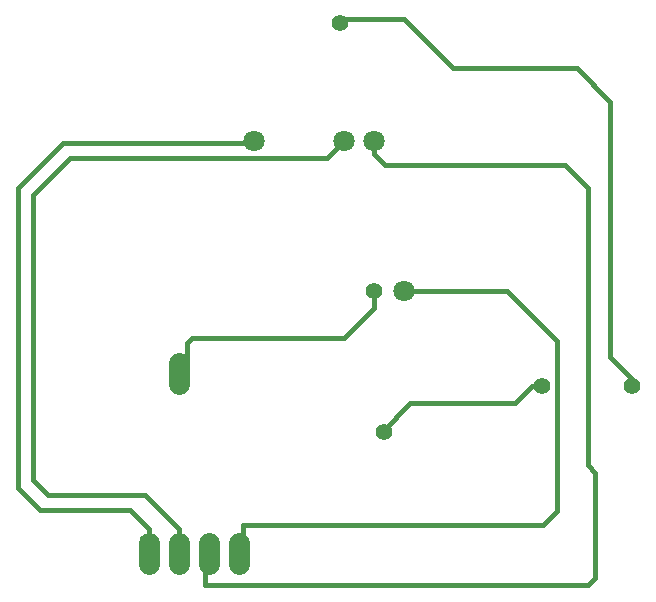
<source format=gtl>
%FSLAX34Y34*%
%MOMM*%
%LNCOPPER_TOP*%
G71*
G01*
%ADD10C, 0.40*%
%ADD11C, 1.40*%
%ADD12C, 1.80*%
%ADD13C, 1.80*%
%LPD*%
G54D10*
X1034600Y613313D02*
X1034600Y619575D01*
X1016000Y638175D01*
X1016000Y854075D01*
X987425Y882650D01*
X882650Y882650D01*
X841375Y923925D01*
X1034600Y613313D02*
G54D11*
D03*
X787400Y920750D02*
G54D11*
D03*
G54D10*
X841375Y923925D02*
X790575Y923925D01*
X787400Y920750D01*
X958400Y613313D02*
G54D11*
D03*
G54D10*
X958400Y613313D02*
X949863Y613313D01*
X935038Y598488D01*
X846138Y598488D01*
X822325Y574675D01*
X823913Y574675D02*
G54D11*
D03*
X815975Y693738D02*
G54D11*
D03*
G54D10*
X815975Y693738D02*
X815975Y679450D01*
X790575Y654050D01*
X661988Y654050D01*
X657225Y649288D01*
X657225Y630238D01*
X650875Y623888D01*
G54D12*
X650875Y632888D02*
X650875Y614888D01*
X790575Y820738D02*
G54D13*
D03*
X815975Y820738D02*
G54D13*
D03*
G54D12*
X625475Y480488D02*
X625475Y462488D01*
G54D10*
X619075Y484188D02*
X619075Y477888D01*
X625475Y471488D01*
X625475Y492125D01*
X609600Y508000D01*
X533400Y508000D01*
X514350Y527050D01*
X514350Y781050D01*
X552450Y819150D01*
X712788Y819150D01*
X714375Y820738D01*
X714375Y820738D02*
G54D13*
D03*
G54D12*
X650875Y480488D02*
X650875Y462488D01*
G54D10*
X650875Y484188D02*
X650875Y471488D01*
X650875Y492125D01*
X622300Y520700D01*
X539750Y520700D01*
X527050Y533400D01*
X527050Y774700D01*
X558800Y806450D01*
X776288Y806450D01*
X790575Y820738D01*
G54D10*
X815975Y820738D02*
X815975Y809625D01*
X825500Y800100D01*
X977900Y800100D01*
X996950Y781050D01*
X996950Y546100D01*
X1003300Y539750D01*
X1003300Y450850D01*
X996950Y444500D01*
X673100Y444500D01*
X673100Y468312D01*
X676275Y471488D01*
G54D12*
X676275Y480488D02*
X676275Y462488D01*
X841375Y693738D02*
G54D13*
D03*
G54D10*
X841375Y693738D02*
X928775Y693738D01*
X971100Y651413D01*
X971100Y507550D01*
X958850Y495300D01*
X704850Y495300D01*
X704850Y476250D01*
G54D12*
X701675Y480488D02*
X701675Y462488D01*
M02*

</source>
